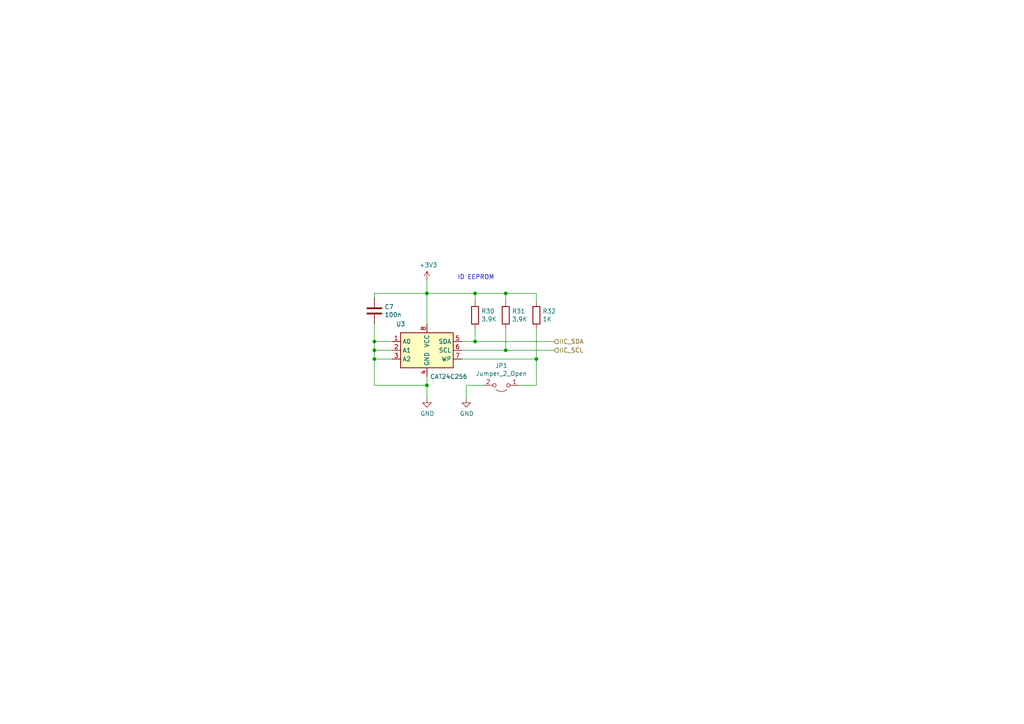
<source format=kicad_sch>
(kicad_sch (version 20230121) (generator eeschema)
  (paper "A4")
  (lib_symbols
    (symbol "Device:C" (pin_numbers hide) (pin_names (offset 0.254))
      (property "Reference" "C" (at 0.635 2.54 0))
      (property "Value" "C" (at 0.635 -2.54 0))
      (symbol "C_0_1"
        (polyline (pts (xy -2.032 -0.762) (xy 2.032 -0.762)) (stroke (width 0.508)))
        (polyline (pts (xy -2.032 0.762) (xy 2.032 0.762)) (stroke (width 0.508)))
      )
      (symbol "C_1_1"
        (pin passive line (at 0 3.81 270) (length 2.794) (name "~") (number "1"))
        (pin passive line (at 0 -3.81 90) (length 2.794) (name "~") (number "2"))
      )
    )
    (symbol "Device:R" (pin_numbers hide) (pin_names (offset 0))
      (property "Reference" "R" (at 2.032 0 90))
      (property "Value" "R" (at 0 0 90))
      (symbol "R_0_1"
        (rectangle (start -1.016 -2.54) (end 1.016 2.54) (stroke (width 0.254)))
      )
      (symbol "R_1_1"
        (pin passive line (at 0 3.81 270) (length 1.27) (name "~") (number "1"))
        (pin passive line (at 0 -3.81 90) (length 1.27) (name "~") (number "2"))
      )
    )
    (symbol "GND_1" (power) (pin_names (offset 0))
      (property "Value" "GND_1" (at 0 -3.81 0))
      (symbol "GND_1_0_1"
        (polyline (pts (xy 0 0) (xy 0 -1.27) (xy 1.27 -1.27) (xy 0 -2.54) (xy -1.27 -1.27) (xy 0 -1.27)))
      )
      (symbol "GND_1_1_1"
        (pin power_in line (at 0 0 270) (length 0) hide (name "GND") (number "1"))
      )
    )
    (symbol "Jumper:Jumper_2_Open" (pin_names (offset 0) hide)
      (property "Reference" "JP" (at 0 2.794 0))
      (property "Value" "Jumper_2_Open" (at 0 -2.286 0))
      (symbol "Jumper_2_Open_0_0"
        (circle (center -2.032 0) (radius 0.508))
        (circle (center 2.032 0) (radius 0.508))
      )
      (symbol "Jumper_2_Open_0_1"
        (arc (start 1.524 1.27) (mid 0 1.778) (end -1.524 1.27))
      )
      (symbol "Jumper_2_Open_1_1"
        (pin passive line (at -5.08 0 0) (length 2.54) (name "A") (number "1"))
        (pin passive line (at 5.08 0 180) (length 2.54) (name "B") (number "2"))
      )
    )
    (symbol "Memory_EEPROM:CAT24C256"
      (property "Reference" "U" (at -6.35 6.35 0))
      (property "Value" "CAT24C256" (at 1.27 6.35 0))
      (symbol "CAT24C256_1_1"
        (rectangle (start -7.62 5.08) (end 7.62 -5.08) (stroke (width 0.254)) (fill (type background)))
        (pin input line (at -10.16 2.54 0) (length 2.54) (name "A0") (number "1"))
        (pin input line (at -10.16 0 0) (length 2.54) (name "A1") (number "2"))
        (pin input line (at -10.16 -2.54 0) (length 2.54) (name "A2") (number "3"))
        (pin power_in line (at 0 -7.62 90) (length 2.54) (name "GND") (number "4"))
        (pin bidirectional line (at 10.16 2.54 180) (length 2.54) (name "SDA") (number "5"))
        (pin input line (at 10.16 0 180) (length 2.54) (name "SCL") (number "6"))
        (pin input line (at 10.16 -2.54 180) (length 2.54) (name "WP") (number "7"))
        (pin power_in line (at 0 7.62 270) (length 2.54) (name "VCC") (number "8"))
      )
    )
    (symbol "power:+3.3V" (power) (pin_names (offset 0))
      (property "Value" "+3.3V" (at 0 3.556 0))
      (symbol "+3.3V_0_1"
        (polyline (pts (xy -0.762 1.27) (xy 0 2.54)))
        (polyline (pts (xy 0 0) (xy 0 2.54)))
        (polyline (pts (xy 0 2.54) (xy 0.762 1.27)))
      )
      (symbol "+3.3V_1_1"
        (pin power_in line (at 0 0 90) (length 0) hide (name "+3V3") (number "1"))
      )
    )
    (symbol "power:GND" (power) (pin_names (offset 0))
      (property "Value" "GND" (at 0 -3.81 0))
      (symbol "GND_0_1"
        (polyline (pts (xy 0 0) (xy 0 -1.27) (xy 1.27 -1.27) (xy 0 -2.54) (xy -1.27 -1.27) (xy 0 -1.27)))
      )
      (symbol "GND_1_1"
        (pin power_in line (at 0 0 270) (length 0) hide (name "GND") (number "1"))
      )
    )
  )
  (junction (at 137.795 99.06))
  (junction (at 108.585 104.14))
  (junction (at 146.685 101.6))
  (junction (at 123.825 111.76))
  (junction (at 108.585 99.06))
  (junction (at 123.825 85.09))
  (junction (at 155.575 104.14))
  (junction (at 108.585 101.6))
  (junction (at 137.795 85.09))
  (junction (at 146.685 85.09))
  (wire (pts (xy 123.825 81.28) (xy 123.825 85.09)))
  (wire (pts (xy 108.585 101.6) (xy 108.585 104.14)))
  (wire (pts (xy 108.585 93.98) (xy 108.585 99.06)))
  (wire (pts (xy 123.825 85.09) (xy 123.825 93.98)))
  (wire (pts (xy 146.685 95.25) (xy 146.685 101.6)))
  (wire (pts (xy 108.585 111.76) (xy 123.825 111.76)))
  (wire (pts (xy 146.685 85.09) (xy 146.685 87.63)))
  (wire (pts (xy 155.575 111.76) (xy 155.575 104.14)))
  (wire (pts (xy 146.685 101.6) (xy 133.985 101.6)))
  (wire (pts (xy 137.795 87.63) (xy 137.795 85.09)))
  (wire (pts (xy 140.335 111.76) (xy 135.255 111.76)))
  (wire (pts (xy 113.665 104.14) (xy 108.585 104.14)))
  (wire (pts (xy 137.795 95.25) (xy 137.795 99.06)))
  (wire (pts (xy 146.685 85.09) (xy 155.575 85.09)))
  (wire (pts (xy 108.585 85.09) (xy 123.825 85.09)))
  (wire (pts (xy 133.985 104.14) (xy 155.575 104.14)))
  (wire (pts (xy 155.575 85.09) (xy 155.575 87.63)))
  (wire (pts (xy 137.795 99.06) (xy 160.655 99.06)))
  (wire (pts (xy 146.685 101.6) (xy 160.655 101.6)))
  (wire (pts (xy 113.665 101.6) (xy 108.585 101.6)))
  (wire (pts (xy 108.585 99.06) (xy 108.585 101.6)))
  (wire (pts (xy 137.795 99.06) (xy 133.985 99.06)))
  (wire (pts (xy 137.795 85.09) (xy 146.685 85.09)))
  (wire (pts (xy 135.255 111.76) (xy 135.255 115.57)))
  (wire (pts (xy 108.585 86.36) (xy 108.585 85.09)))
  (wire (pts (xy 108.585 104.14) (xy 108.585 111.76)))
  (wire (pts (xy 123.825 111.76) (xy 123.825 115.57)))
  (wire (pts (xy 113.665 99.06) (xy 108.585 99.06)))
  (wire (pts (xy 155.575 104.14) (xy 155.575 95.25)))
  (wire (pts (xy 150.495 111.76) (xy 155.575 111.76)))
  (wire (pts (xy 123.825 109.22) (xy 123.825 111.76)))
  (wire (pts (xy 137.795 85.09) (xy 123.825 85.09)))
  (text "ID EEPROM" (at 132.715 81.28 0) (effects (font (size 1.27 1.27)) (justify left bottom)))
  (hierarchical_label "IIC_SCL" (shape input) (at 160.655 101.6 0))
  (hierarchical_label "IIC_SDA" (shape input) (at 160.655 99.06 0))
  (symbol (lib_id "power:+3.3V") (at 123.825 81.28 0) (unit 1)
    (property "Reference" "#PWR029" (effects hide))
    (property "Value" "+3.3V" (at 124.206 76.8858 0))
    (instances (project "simple_control" (path "" (reference "#PWR029") (unit 1)) (path "" (reference "#PWR029") (unit 1))) (project "control" (path "" (reference "#PWR0315") (unit 1))))
  )
  (symbol (lib_id "Jumper:Jumper_2_Open") (at 145.415 111.76 180) (unit 1)
    (property "Reference" "JP1" (at 145.415 106.045 0))
    (property "Value" "Jumper_2_Open" (at 145.415 108.3564 0))
    (property "Footprint" "Connector_PinHeader_2.54mm:PinHeader_1x02_P2.54mm_Horizontal" (effects hide))
    (instances (project "simple_control" (path "" (reference "JP1") (unit 1)) (path "" (reference "JP1") (unit 1))) (project "control" (path "" (reference "JP301") (unit 1))))
  )
  (symbol (lib_id "Device:C") (at 108.585 90.17 0) (unit 1)
    (property "Reference" "C7" (at 111.506 89.0016 0) (effects (justify left)))
    (property "Value" "100n" (at 111.506 91.313 0) (effects (justify left)))
    (property "Footprint" "Capacitor_SMD:C_0805_2012Metric_Pad1.18x1.45mm_HandSolder" (effects hide))
    (instances (project "simple_control" (path "" (reference "C7") (unit 1)) (path "" (reference "C7") (unit 1))) (project "control" (path "" (reference "C305") (unit 1))))
  )
  (symbol (lib_id "Device:R") (at 137.795 91.44 0) (unit 1)
    (property "Reference" "R30" (at 139.573 90.2716 0) (effects (justify left)))
    (property "Value" "3.9K" (at 139.573 92.583 0) (effects (justify left)))
    (property "Footprint" "Resistor_SMD:R_0805_2012Metric_Pad1.20x1.40mm_HandSolder" (effects hide))
    (instances (project "simple_control" (path "" (reference "R30") (unit 1)) (path "" (reference "R30") (unit 1))) (project "control" (path "" (reference "R304") (unit 1))))
  )
  (symbol (lib_id "Memory_EEPROM:CAT24C256") (at 123.825 101.6 0) (unit 1)
    (property "Reference" "U3" (at 116.205 93.98 0))
    (property "Value" "CAT24C256" (at 130.175 109.22 0))
    (property "Footprint" "Package_SO:SOIC-8_3.9x4.9mm_P1.27mm" (effects hide))
    (property "Datasheet" "https://www.onsemi.cn/PowerSolutions/document/CAT24C256-D.PDF" (effects hide))
    (instances (project "simple_control" (path "" (reference "U3") (unit 1)) (path "" (reference "U3") (unit 1))) (project "control" (path "" (reference "U301") (unit 1))))
  )
  (symbol (lib_id "power:GND") (at 135.255 115.57 0) (unit 1)
    (property "Reference" "#PWR031" (effects hide))
    (property "Value" "GND" (at 135.382 119.9642 0))
    (instances (project "simple_control" (path "" (reference "#PWR031") (unit 1)) (path "" (reference "#PWR031") (unit 1))) (project "control" (path "" (reference "#PWR0318") (unit 1))))
  )
  (symbol (lib_name "GND_1") (lib_id "power:GND") (at 123.825 115.57 0) (unit 1)
    (property "Reference" "#PWR030" (effects hide))
    (property "Value" "GND" (at 123.952 119.9642 0))
    (instances (project "simple_control" (path "" (reference "#PWR030") (unit 1)) (path "" (reference "#PWR030") (unit 1))) (project "control" (path "" (reference "#PWR0317") (unit 1))))
  )
  (symbol (lib_id "Device:R") (at 146.685 91.44 0) (unit 1)
    (property "Reference" "R31" (at 148.463 90.2716 0) (effects (justify left)))
    (property "Value" "3.9K" (at 148.463 92.583 0) (effects (justify left)))
    (property "Footprint" "Resistor_SMD:R_0805_2012Metric_Pad1.20x1.40mm_HandSolder" (effects hide))
    (instances (project "simple_control" (path "" (reference "R31") (unit 1)) (path "" (reference "R31") (unit 1))) (project "control" (path "" (reference "R305") (unit 1))))
  )
  (symbol (lib_id "Device:R") (at 155.575 91.44 0) (unit 1)
    (property "Reference" "R32" (at 157.353 90.2716 0) (effects (justify left)))
    (property "Value" "1K" (at 157.353 92.583 0) (effects (justify left)))
    (property "Footprint" "Resistor_SMD:R_0805_2012Metric_Pad1.20x1.40mm_HandSolder" (effects hide))
    (instances (project "simple_control" (path "" (reference "R32") (unit 1)) (path "" (reference "R32") (unit 1))) (project "control" (path "" (reference "R306") (unit 1))))
  )
)
</source>
